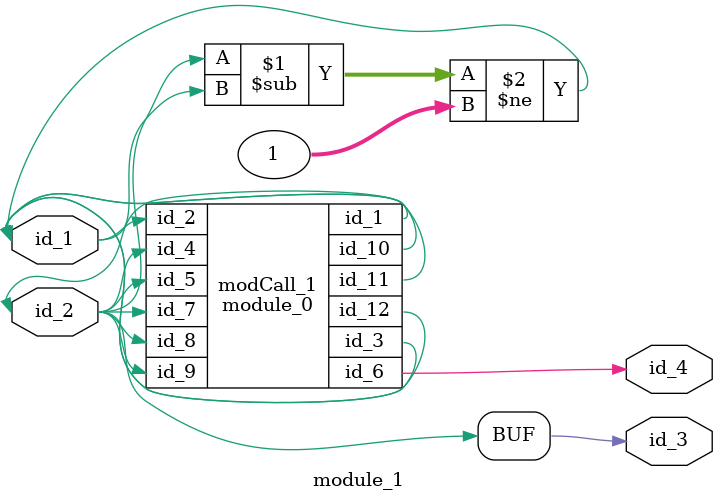
<source format=v>
module module_0 (
    id_1,
    id_2,
    id_3,
    id_4,
    id_5,
    id_6,
    id_7,
    id_8,
    id_9,
    id_10,
    id_11,
    id_12
);
  output wire id_12;
  inout wire id_11;
  output wire id_10;
  input wire id_9;
  input wire id_8;
  input wire id_7;
  output wire id_6;
  input wire id_5;
  input wire id_4;
  inout wire id_3;
  input wire id_2;
  output wire id_1;
  assign id_10 = 1;
  wire id_13;
  wire id_14;
endmodule
module module_1 (
    id_1,
    id_2,
    id_3,
    id_4
);
  output wire id_4;
  output wire id_3;
  input wire id_2;
  inout wire id_1;
  assign id_3 = id_2;
  assign id_1 = id_2 - id_1 != 1;
  module_0 modCall_1 (
      id_3,
      id_1,
      id_1,
      id_2,
      id_2,
      id_4,
      id_2,
      id_2,
      id_2,
      id_1,
      id_1,
      id_1
  );
  integer id_5;
endmodule

</source>
